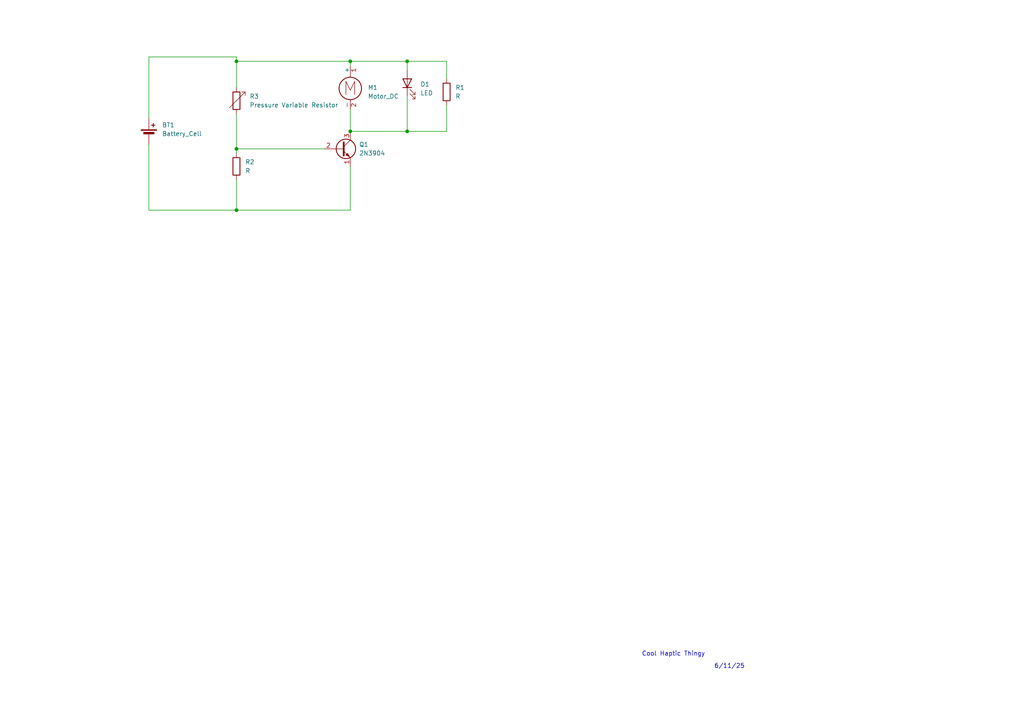
<source format=kicad_sch>
(kicad_sch (version 20250114) (generator "eeschema") (generator_version "9.0")
  (paper "A4")
  (lib_symbols
    (symbol "Device:Battery_Cell" (pin_numbers (hide yes)) (pin_names (offset 0) (hide yes))
      (property "Reference" "BT" (at 2.54 2.54 0))
      (property "Value" "Battery_Cell" (at 2.54 0 0))
      (symbol "Battery_Cell_0_1"
        (rectangle (start -2.286 1.778) (end 2.286 1.524) (fill (type outline)))
        (rectangle (start -1.524 1.016) (end 1.524 0.508) (fill (type outline)))
        (polyline (pts (xy 0 1.778) (xy 0 2.54)))
        (polyline (pts (xy 0 0.762) (xy 0 0)))
        (polyline (pts (xy 0.762 3.048) (xy 1.778 3.048)) (stroke (width 0.254)))
        (polyline (pts (xy 1.27 3.556) (xy 1.27 2.54)) (stroke (width 0.254)))
      )
      (symbol "Battery_Cell_1_1"
        (pin passive line (at 0 5.08 270) (length 2.54) (name "+") (number "1"))
        (pin passive line (at 0 -2.54 90) (length 2.54) (name "-") (number "2"))
      )
    )
    (symbol "Device:LED" (pin_numbers (hide yes)) (pin_names (offset 1.016) (hide yes))
      (property "Reference" "D" (at 0 2.54 0))
      (property "Value" "LED" (at 0 -2.54 0))
      (symbol "LED_0_1"
        (polyline (pts (xy -3.048 -0.762) (xy -4.572 -2.286) (xy -3.81 -2.286) (xy -4.572 -2.286) (xy -4.572 -1.524)))
        (polyline (pts (xy -1.778 -0.762) (xy -3.302 -2.286) (xy -2.54 -2.286) (xy -3.302 -2.286) (xy -3.302 -1.524)))
        (polyline (pts (xy -1.27 0) (xy 1.27 0)))
        (polyline (pts (xy -1.27 -1.27) (xy -1.27 1.27)) (stroke (width 0.254)))
        (polyline (pts (xy 1.27 -1.27) (xy 1.27 1.27) (xy -1.27 0) (xy 1.27 -1.27)) (stroke (width 0.254)))
      )
      (symbol "LED_1_1"
        (pin passive line (at -3.81 0 0) (length 2.54) (name "K") (number "1"))
        (pin passive line (at 3.81 0 180) (length 2.54) (name "A") (number "2"))
      )
    )
    (symbol "Device:R" (pin_numbers (hide yes)) (pin_names (offset 0))
      (property "Reference" "R" (at 2.032 0 90))
      (property "Value" "R" (at 0 0 90))
      (symbol "R_0_1"
        (rectangle (start -1.016 -2.54) (end 1.016 2.54) (stroke (width 0.254)))
      )
      (symbol "R_1_1"
        (pin passive line (at 0 3.81 270) (length 1.27) (name "~") (number "1"))
        (pin passive line (at 0 -3.81 90) (length 1.27) (name "~") (number "2"))
      )
    )
    (symbol "Device:R_Variable" (pin_numbers (hide yes)) (pin_names (offset 0))
      (property "Reference" "R" (at 2.54 -2.54 90))
      (property "Value" "R_Variable" (at -2.54 -1.27 90))
      (symbol "R_Variable_0_1"
        (rectangle (start -1.016 -2.54) (end 1.016 2.54) (stroke (width 0.254)))
        (polyline (pts (xy 2.54 1.524) (xy 2.54 2.54) (xy 1.524 2.54) (xy 2.54 2.54) (xy -2.032 -2.032)))
      )
      (symbol "R_Variable_1_1"
        (pin passive line (at 0 3.81 270) (length 1.27) (name "~") (number "1"))
        (pin passive line (at 0 -3.81 90) (length 1.27) (name "~") (number "2"))
      )
    )
    (symbol "Motor:Motor_DC" (pin_names (offset 0))
      (property "Reference" "M" (at 2.54 2.54 0))
      (property "Value" "Motor_DC" (at 2.54 -5.08 0))
      (symbol "Motor_DC_0_0"
        (polyline (pts (xy -1.27 -3.302) (xy -1.27 0.508) (xy 0 -2.032) (xy 1.27 0.508) (xy 1.27 -3.302)))
      )
      (symbol "Motor_DC_0_1"
        (polyline (pts (xy 0 2.032) (xy 0 2.54)))
        (polyline (pts (xy 0 1.7272) (xy 0 2.0828)))
        (circle (center 0 -1.524) (radius 3.2512) (stroke (width 0.254)))
        (polyline (pts (xy 0 -4.7752) (xy 0 -5.1816)))
        (polyline (pts (xy 0 -7.62) (xy 0 -7.112)))
      )
      (symbol "Motor_DC_1_1"
        (pin passive line (at 0 5.08 270) (length 2.54) (name "+") (number "1"))
        (pin passive line (at 0 -7.62 90) (length 2.54) (name "-") (number "2"))
      )
    )
    (symbol "Transistor_BJT:2N3904" (pin_names (offset 0) (hide yes))
      (property "Reference" "Q" (at 5.08 1.905 0))
      (property "Value" "2N3904" (at 5.08 0 0))
      (symbol "2N3904_0_1"
        (polyline (pts (xy -2.54 0) (xy 0.635 0)))
        (polyline (pts (xy 0.635 1.905) (xy 0.635 -1.905)) (stroke (width 0.508)))
        (circle (center 1.27 0) (radius 2.8194) (stroke (width 0.254)))
      )
      (symbol "2N3904_1_1"
        (polyline (pts (xy 0.635 0.635) (xy 2.54 2.54)))
        (polyline (pts (xy 0.635 -0.635) (xy 2.54 -2.54)))
        (polyline (pts (xy 1.27 -1.778) (xy 1.778 -1.27) (xy 2.286 -2.286) (xy 1.27 -1.778)) (fill (type outline)))
        (pin input line (at -5.08 0 0) (length 2.54) (name "B") (number "2"))
        (pin passive line (at 2.54 5.08 270) (length 2.54) (name "C") (number "3"))
        (pin passive line (at 2.54 -5.08 90) (length 2.54) (name "E") (number "1"))
      )
    )
  )
  (text "Cool Haptic Thingy" (at 195.326 189.738 0) (effects (font (size 1.27 1.27))))
  (text "6/11/25" (at 211.582 193.294 0) (effects (font (size 1.27 1.27))))
  (junction (at 118.11 38.1))
  (junction (at 118.11 17.78))
  (junction (at 68.58 60.96))
  (junction (at 68.58 43.18))
  (junction (at 101.6 38.1))
  (junction (at 101.6 17.78))
  (junction (at 68.58 17.78))
  (wire (pts (xy 101.6 48.26) (xy 101.6 60.96)))
  (wire (pts (xy 101.6 17.78) (xy 101.6 19.05)))
  (wire (pts (xy 68.58 33.02) (xy 68.58 43.18)))
  (wire (pts (xy 101.6 60.96) (xy 68.58 60.96)))
  (wire (pts (xy 118.11 27.94) (xy 118.11 38.1)))
  (wire (pts (xy 118.11 17.78) (xy 118.11 20.32)))
  (wire (pts (xy 129.54 38.1) (xy 118.11 38.1)))
  (wire (pts (xy 68.58 52.07) (xy 68.58 60.96)))
  (wire (pts (xy 68.58 43.18) (xy 68.58 44.45)))
  (wire (pts (xy 43.18 34.29) (xy 43.18 16.51)))
  (wire (pts (xy 43.18 41.91) (xy 43.18 60.96)))
  (wire (pts (xy 68.58 16.51) (xy 68.58 17.78)))
  (wire (pts (xy 68.58 60.96) (xy 43.18 60.96)))
  (wire (pts (xy 68.58 17.78) (xy 68.58 25.4)))
  (wire (pts (xy 118.11 17.78) (xy 129.54 17.78)))
  (wire (pts (xy 101.6 17.78) (xy 68.58 17.78)))
  (wire (pts (xy 129.54 17.78) (xy 129.54 22.86)))
  (wire (pts (xy 129.54 30.48) (xy 129.54 38.1)))
  (wire (pts (xy 118.11 38.1) (xy 101.6 38.1)))
  (wire (pts (xy 68.58 43.18) (xy 93.98 43.18)))
  (wire (pts (xy 101.6 17.78) (xy 118.11 17.78)))
  (wire (pts (xy 43.18 16.51) (xy 68.58 16.51)))
  (wire (pts (xy 101.6 31.75) (xy 101.6 38.1)))
  (symbol (lib_id "Motor:Motor_DC") (at 101.6 24.13 0) (unit 1)
    (property "Reference" "M1" (at 106.68 25.3999 0) (effects (justify left)))
    (property "Value" "Motor_DC" (at 106.68 27.9399 0) (effects (justify left)))
    (property "Footprint" "Connector_PinHeader_2.54mm:PinHeader_1x02_P2.54mm_Vertical" (effects (hide yes)))
    (property "Description" "DC Motor" (effects (hide yes)))
  )
  (symbol (lib_id "Device:LED") (at 118.11 24.13 90) (unit 1)
    (property "Reference" "D1" (at 121.92 24.4474 90) (effects (justify right)))
    (property "Value" "LED" (at 121.92 26.9874 90) (effects (justify right)))
    (property "Footprint" "LED_THT:LED_D5.0mm" (effects (hide yes)))
    (property "Description" "Light emitting diode" (effects (hide yes)))
    (property "Sim.Pins" "1=K 2=A" (effects (hide yes)))
  )
  (symbol (lib_id "Device:Battery_Cell") (at 43.18 39.37 0) (unit 1)
    (property "Reference" "BT1" (at 46.99 36.2584 0) (effects (justify left)))
    (property "Value" "Battery_Cell" (at 46.99 38.7984 0) (effects (justify left)))
    (property "Footprint" "Battery:BatteryHolder_Keystone_3034_1x20mm" (effects (hide yes)))
    (property "Description" "Single-cell battery" (effects (hide yes)))
  )
  (symbol (lib_id "Device:R_Variable") (at 68.58 29.21 0) (unit 1)
    (property "Reference" "R3" (at 72.39 27.9399 0) (effects (justify left)))
    (property "Value" "Pressure Variable Resistor" (at 72.39 30.4799 0) (effects (justify left)))
    (property "Footprint" "Connector_PinHeader_2.54mm:PinHeader_1x02_P2.54mm_Vertical" (effects (hide yes)))
    (property "Description" "Variable resistor" (effects (hide yes)))
  )
  (symbol (lib_id "Transistor_BJT:2N3904") (at 99.06 43.18 0) (unit 1)
    (property "Reference" "Q1" (at 104.14 41.9099 0) (effects (justify left)))
    (property "Value" "2N3904" (at 104.14 44.4499 0) (effects (justify left)))
    (property "Footprint" "Package_TO_SOT_THT:TO-92_Inline" (effects (hide yes)))
    (property "Datasheet" "https://www.onsemi.com/pub/Collateral/2N3903-D.PDF" (effects (hide yes)))
    (property "Description" "0.2A Ic, 40V Vce, Small Signal NPN Transistor, TO-92" (effects (hide yes)))
  )
  (symbol (lib_id "Device:R") (at 68.58 48.26 0) (unit 1)
    (property "Reference" "R2" (at 71.12 46.9899 0) (effects (justify left)))
    (property "Value" "R" (at 71.12 49.5299 0) (effects (justify left)))
    (property "Footprint" "Resistor_THT:R_Axial_DIN0207_L6.3mm_D2.5mm_P7.62mm_Horizontal" (effects (hide yes)))
    (property "Description" "Resistor" (effects (hide yes)))
  )
  (symbol (lib_id "Device:R") (at 129.54 26.67 0) (unit 1)
    (property "Reference" "R1" (at 132.08 25.3999 0) (effects (justify left)))
    (property "Value" "R" (at 132.08 27.9399 0) (effects (justify left)))
    (property "Footprint" "Connector_PinHeader_2.54mm:PinHeader_1x02_P2.54mm_Vertical" (effects (hide yes)))
    (property "Description" "Resistor" (effects (hide yes)))
  )
)
</source>
